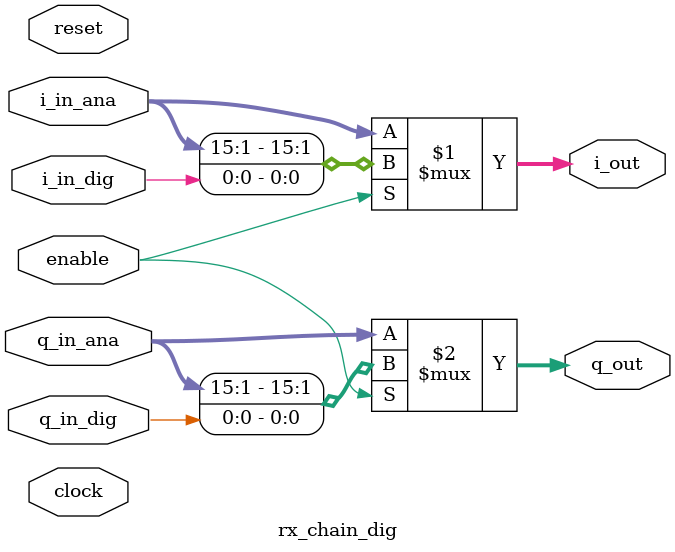
<source format=v>
module rx_chain_dig
  (input clock,
   input reset,
   input enable,
   input wire [15:0] i_in_ana,
   input wire [15:0] q_in_ana,
   input wire i_in_dig,
   input wire q_in_dig,
   output wire [15:0] i_out,
   output wire [15:0] q_out
   );
   assign i_out = (enable)?{i_in_ana[15:1],i_in_dig}:i_in_ana;
   assign q_out = (enable)?{q_in_ana[15:1],q_in_dig}:q_in_ana;
endmodule
</source>
